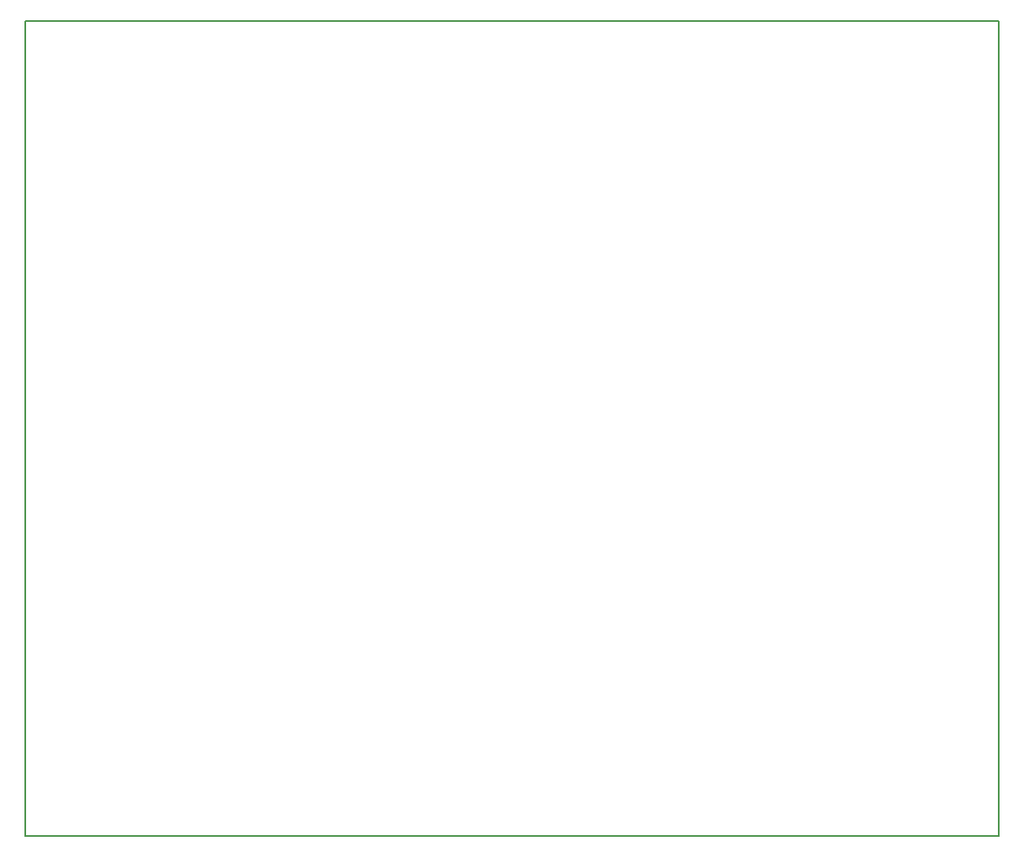
<source format=gbr>
G04 #@! TF.FileFunction,Profile,NP*
%FSLAX46Y46*%
G04 Gerber Fmt 4.6, Leading zero omitted, Abs format (unit mm)*
G04 Created by KiCad (PCBNEW 4.0.7) date 03/14/18 00:34:20*
%MOMM*%
%LPD*%
G01*
G04 APERTURE LIST*
%ADD10C,0.100000*%
%ADD11C,0.150000*%
G04 APERTURE END LIST*
D10*
D11*
X24000000Y-103000000D02*
X24000000Y-21000000D01*
X122000000Y-103000000D02*
X24000000Y-103000000D01*
X122000000Y-21000000D02*
X122000000Y-103000000D01*
X106000000Y-21000000D02*
X122000000Y-21000000D01*
X24000000Y-21000000D02*
X106000000Y-21000000D01*
M02*

</source>
